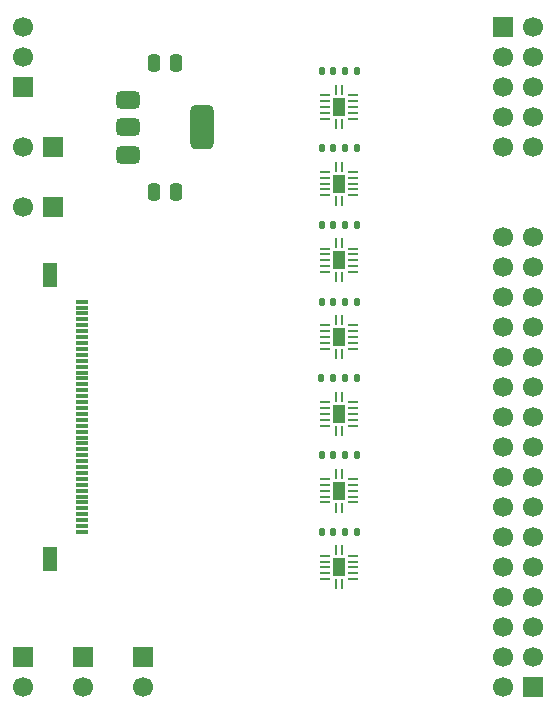
<source format=gts>
G04 #@! TF.GenerationSoftware,KiCad,Pcbnew,9.0.1*
G04 #@! TF.CreationDate,2025-10-08T22:03:34-06:00*
G04 #@! TF.ProjectId,testbench,74657374-6265-46e6-9368-2e6b69636164,rev?*
G04 #@! TF.SameCoordinates,Original*
G04 #@! TF.FileFunction,Soldermask,Top*
G04 #@! TF.FilePolarity,Negative*
%FSLAX46Y46*%
G04 Gerber Fmt 4.6, Leading zero omitted, Abs format (unit mm)*
G04 Created by KiCad (PCBNEW 9.0.1) date 2025-10-08 22:03:34*
%MOMM*%
%LPD*%
G01*
G04 APERTURE LIST*
G04 Aperture macros list*
%AMRoundRect*
0 Rectangle with rounded corners*
0 $1 Rounding radius*
0 $2 $3 $4 $5 $6 $7 $8 $9 X,Y pos of 4 corners*
0 Add a 4 corners polygon primitive as box body*
4,1,4,$2,$3,$4,$5,$6,$7,$8,$9,$2,$3,0*
0 Add four circle primitives for the rounded corners*
1,1,$1+$1,$2,$3*
1,1,$1+$1,$4,$5*
1,1,$1+$1,$6,$7*
1,1,$1+$1,$8,$9*
0 Add four rect primitives between the rounded corners*
20,1,$1+$1,$2,$3,$4,$5,0*
20,1,$1+$1,$4,$5,$6,$7,0*
20,1,$1+$1,$6,$7,$8,$9,0*
20,1,$1+$1,$8,$9,$2,$3,0*%
G04 Aperture macros list end*
%ADD10R,1.000000X0.300000*%
%ADD11R,1.300000X2.000000*%
%ADD12R,1.700000X1.700000*%
%ADD13C,1.700000*%
%ADD14R,1.000000X1.500000*%
%ADD15RoundRect,0.062500X-0.062500X-0.350000X0.062500X-0.350000X0.062500X0.350000X-0.062500X0.350000X0*%
%ADD16RoundRect,0.062500X-0.350000X-0.062500X0.350000X-0.062500X0.350000X0.062500X-0.350000X0.062500X0*%
%ADD17RoundRect,0.140000X0.140000X0.170000X-0.140000X0.170000X-0.140000X-0.170000X0.140000X-0.170000X0*%
%ADD18RoundRect,0.140000X-0.140000X-0.170000X0.140000X-0.170000X0.140000X0.170000X-0.140000X0.170000X0*%
%ADD19RoundRect,0.500000X-0.500000X-1.400000X0.500000X-1.400000X0.500000X1.400000X-0.500000X1.400000X0*%
%ADD20RoundRect,0.375000X-0.625000X-0.375000X0.625000X-0.375000X0.625000X0.375000X-0.625000X0.375000X0*%
%ADD21RoundRect,0.250000X0.250000X0.475000X-0.250000X0.475000X-0.250000X-0.475000X0.250000X-0.475000X0*%
%ADD22RoundRect,0.250000X-0.250000X-0.475000X0.250000X-0.475000X0.250000X0.475000X-0.250000X0.475000X0*%
G04 APERTURE END LIST*
D10*
X116699999Y-101999999D03*
X116699999Y-102499998D03*
X116699999Y-103000000D03*
X116699999Y-103499999D03*
X116699999Y-104000000D03*
X116699999Y-104499999D03*
X116699999Y-104999998D03*
X116699999Y-105500000D03*
X116699999Y-105999999D03*
X116699999Y-106499998D03*
X116699999Y-106999999D03*
X116699999Y-107499998D03*
X116699999Y-108000000D03*
X116699999Y-108499999D03*
X116699999Y-108999998D03*
X116699999Y-109499999D03*
X116699999Y-109999998D03*
X116699999Y-110500000D03*
X116699999Y-110999999D03*
X116699999Y-111499998D03*
X116699999Y-112000000D03*
X116699999Y-112499998D03*
X116699999Y-113000000D03*
X116699999Y-113499999D03*
X116699999Y-113999998D03*
X116699999Y-114500000D03*
X116699999Y-114999999D03*
X116699999Y-115500000D03*
X116699999Y-115999999D03*
X116699999Y-116499998D03*
X116699999Y-117000000D03*
X116699999Y-117499999D03*
X116699999Y-118000000D03*
X116699999Y-118499999D03*
X116699999Y-118999998D03*
X116699999Y-119500000D03*
X116699999Y-119999999D03*
X116699999Y-120500000D03*
X116699999Y-120999999D03*
X116699999Y-121499998D03*
D11*
X114000000Y-99700019D03*
X114000000Y-123799981D03*
D12*
X121920000Y-132080000D03*
D13*
X121920000Y-134620000D03*
D12*
X116840000Y-132080000D03*
D13*
X116840000Y-134620000D03*
X111760000Y-134620000D03*
D12*
X111760000Y-132080000D03*
D13*
X111760000Y-93980000D03*
D12*
X114300000Y-93980000D03*
D13*
X111760000Y-88900000D03*
D12*
X114300000Y-88900000D03*
X111760000Y-83820000D03*
D13*
X111760000Y-81280000D03*
X111760000Y-78740000D03*
D12*
X152400000Y-78740000D03*
D13*
X154940000Y-78740000D03*
X152400000Y-81280000D03*
X154940000Y-81280000D03*
X152400000Y-83820000D03*
X154940000Y-83820000D03*
X152400000Y-86360000D03*
X154940000Y-86360000D03*
X152400000Y-88900000D03*
X154940000Y-88900000D03*
D12*
X154940000Y-134620000D03*
D13*
X152400000Y-134620000D03*
X154940000Y-132080000D03*
X152400000Y-132080000D03*
X154940000Y-129540000D03*
X152400000Y-129540000D03*
X154940000Y-127000000D03*
X152400000Y-127000000D03*
X154940000Y-124460000D03*
X152400000Y-124460000D03*
X154940000Y-121920000D03*
X152400000Y-121920000D03*
X154940000Y-119380000D03*
X152400000Y-119380000D03*
X154940000Y-116840000D03*
X152400000Y-116840000D03*
X154940000Y-114300000D03*
X152400000Y-114300000D03*
X154940000Y-111760000D03*
X152400000Y-111760000D03*
X154940000Y-109220000D03*
X152400000Y-109220000D03*
X154940000Y-106680000D03*
X152400000Y-106680000D03*
X154940000Y-104140000D03*
X152400000Y-104140000D03*
X154940000Y-101600000D03*
X152400000Y-101600000D03*
X154940000Y-99060000D03*
X152400000Y-99060000D03*
X154940000Y-96520000D03*
X152400000Y-96520000D03*
D14*
X138500000Y-118000000D03*
D15*
X138750000Y-116562500D03*
D16*
X139687500Y-117000000D03*
X139687500Y-117500000D03*
X139687500Y-118000000D03*
X139687500Y-118500000D03*
X139687500Y-119000000D03*
D15*
X138750000Y-119437500D03*
X138250000Y-119437500D03*
D16*
X137312500Y-119000000D03*
X137312500Y-118500000D03*
X137312500Y-118000000D03*
X137312500Y-117500000D03*
X137312500Y-117000000D03*
D15*
X138250000Y-116562500D03*
D17*
X137020000Y-115000000D03*
X137980000Y-115000000D03*
D18*
X139980000Y-115000000D03*
X139020000Y-115000000D03*
D14*
X138500000Y-92000000D03*
D15*
X138750000Y-90562500D03*
D16*
X139687500Y-91000000D03*
X139687500Y-91500000D03*
X139687500Y-92000000D03*
X139687500Y-92500000D03*
X139687500Y-93000000D03*
D15*
X138750000Y-93437500D03*
X138250000Y-93437500D03*
D16*
X137312500Y-93000000D03*
X137312500Y-92500000D03*
X137312500Y-92000000D03*
X137312500Y-91500000D03*
X137312500Y-91000000D03*
D15*
X138250000Y-90562500D03*
D17*
X137020000Y-89000000D03*
X137980000Y-89000000D03*
D18*
X139980000Y-89000000D03*
X139020000Y-89000000D03*
D19*
X126900000Y-87250000D03*
D20*
X120600000Y-89550000D03*
X120600000Y-87250000D03*
X120600000Y-84950000D03*
D21*
X122800000Y-81750000D03*
X124700000Y-81750000D03*
D22*
X124700000Y-92750000D03*
X122800000Y-92750000D03*
D17*
X137020000Y-82500000D03*
X137980000Y-82500000D03*
D14*
X138500000Y-85500000D03*
D15*
X138750000Y-84062500D03*
D16*
X139687500Y-84500000D03*
X139687500Y-85000000D03*
X139687500Y-85500000D03*
X139687500Y-86000000D03*
X139687500Y-86500000D03*
D15*
X138750000Y-86937500D03*
X138250000Y-86937500D03*
D16*
X137312500Y-86500000D03*
X137312500Y-86000000D03*
X137312500Y-85500000D03*
X137312500Y-85000000D03*
X137312500Y-84500000D03*
D15*
X138250000Y-84062500D03*
D18*
X139980000Y-82500000D03*
X139020000Y-82500000D03*
X139020000Y-121500000D03*
X139980000Y-121500000D03*
D17*
X137980000Y-121500000D03*
X137020000Y-121500000D03*
D15*
X138250000Y-123062500D03*
D16*
X137312500Y-123500000D03*
X137312500Y-124000000D03*
X137312500Y-124500000D03*
X137312500Y-125000000D03*
X137312500Y-125500000D03*
D15*
X138250000Y-125937500D03*
X138750000Y-125937500D03*
D16*
X139687500Y-125500000D03*
X139687500Y-125000000D03*
X139687500Y-124500000D03*
X139687500Y-124000000D03*
X139687500Y-123500000D03*
D15*
X138750000Y-123062500D03*
D14*
X138500000Y-124500000D03*
D15*
X138250000Y-97062500D03*
D16*
X137312500Y-97500000D03*
X137312500Y-98000000D03*
X137312500Y-98500000D03*
X137312500Y-99000000D03*
X137312500Y-99500000D03*
D15*
X138250000Y-99937500D03*
X138750000Y-99937500D03*
D16*
X139687500Y-99500000D03*
X139687500Y-99000000D03*
X139687500Y-98500000D03*
X139687500Y-98000000D03*
X139687500Y-97500000D03*
D15*
X138750000Y-97062500D03*
D14*
X138500000Y-98500000D03*
D15*
X138250000Y-103562500D03*
D16*
X137312500Y-104000000D03*
X137312500Y-104500000D03*
X137312500Y-105000000D03*
X137312500Y-105500000D03*
X137312500Y-106000000D03*
D15*
X138250000Y-106437500D03*
X138750000Y-106437500D03*
D16*
X139687500Y-106000000D03*
X139687500Y-105500000D03*
X139687500Y-105000000D03*
X139687500Y-104500000D03*
X139687500Y-104000000D03*
D15*
X138750000Y-103562500D03*
D14*
X138500000Y-105000000D03*
X138500000Y-111500000D03*
D15*
X138750000Y-110062500D03*
D16*
X139687500Y-110500000D03*
X139687500Y-111000000D03*
X139687500Y-111500000D03*
X139687500Y-112000000D03*
X139687500Y-112500000D03*
D15*
X138750000Y-112937500D03*
X138250000Y-112937500D03*
D16*
X137312500Y-112500000D03*
X137312500Y-112000000D03*
X137312500Y-111500000D03*
X137312500Y-111000000D03*
X137312500Y-110500000D03*
D15*
X138250000Y-110062500D03*
D17*
X137960000Y-108500000D03*
X137000000Y-108500000D03*
D18*
X139980000Y-108500000D03*
X139020000Y-108500000D03*
D17*
X137980000Y-102000000D03*
X137020000Y-102000000D03*
D18*
X139020000Y-102000000D03*
X139980000Y-102000000D03*
D17*
X137980000Y-95500000D03*
X137020000Y-95500000D03*
D18*
X139020000Y-95500000D03*
X139980000Y-95500000D03*
M02*

</source>
